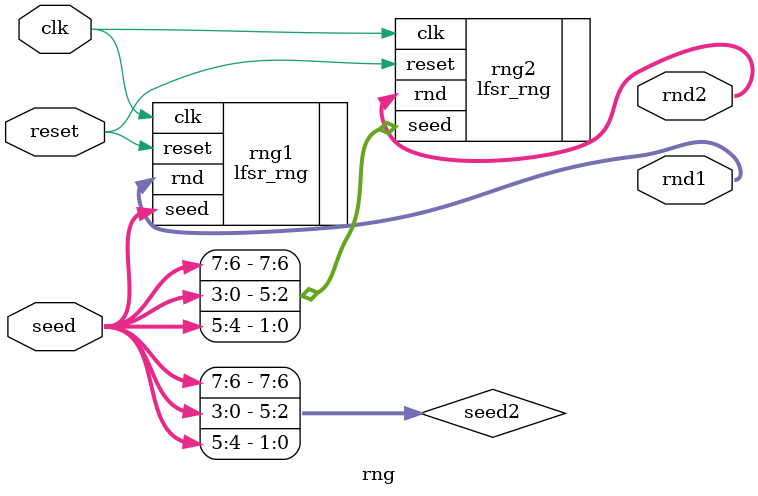
<source format=sv>
`timescale 1ns / 1ps

`include "lfsr_rng.sv"

module rng #(
    parameter OUTPUT_WIDTH = 8
) (
    output logic [OUTPUT_WIDTH - 1:0] rnd1,
    output logic [OUTPUT_WIDTH - 1:0] rnd2,
    input  logic [OUTPUT_WIDTH - 1:0] seed,
    input  logic reset,
    input  logic clk
);

    wire [OUTPUT_WIDTH - 1:0] seed2;

    generate
        if (OUTPUT_WIDTH == 8) begin
            assign seed2 = {seed[7:6], seed[3:2], seed[1:0], seed[5:4]};
        end else if (OUTPUT_WIDTH == 16) begin
            assign seed2 = {seed[11:8], seed[7:4], seed[3:0], seed[15:12]};
        end else begin
            assign seed2 = {seed[31:24], seed[7:0], seed[23:16], seed[15:8]};
        end
    endgenerate

    lfsr_rng #(OUTPUT_WIDTH) rng1 (
        .rnd   (rnd1),
        .seed  (seed),
        .reset (reset),
        .clk   (clk)
    );

    lfsr_rng #(OUTPUT_WIDTH) rng2 (
        .rnd   (rnd2),
        .seed  (seed2),
        .reset (reset),
        .clk   (clk)
    );
endmodule

</source>
